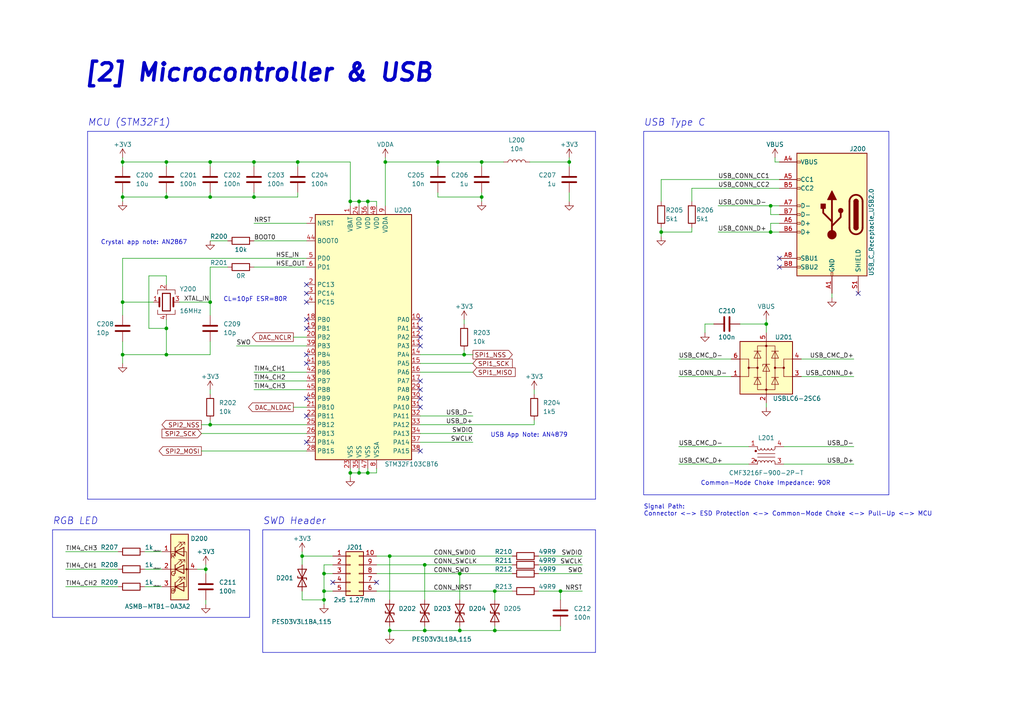
<source format=kicad_sch>
(kicad_sch (version 20230121) (generator eeschema)
  (paper "A4")
  (title_block (title "Mixed-Signal Demo PCB") (date "2021-12-24") (rev "0.1") (company "Phil's Lab"))
  (lib_symbols
    (symbol "Connector:USB_C_Receptacle_USB2.0" (pin_names (offset 1.016))
      (property "Reference" "J" (at -10.16 19.05 0))
      (property "Value" "USB_C_Receptacle_USB2.0" (at 19.05 19.05 0))
      (symbol "USB_C_Receptacle_USB2.0_1_1"
        (pin passive line (at 0 -22.86 90) (length 5.08) (name "GND") (number "A1"))
        (pin passive line (at 0 -22.86 90) (length 5.08) hide (name "GND") (number "A12"))
        (pin passive line (at 15.24 15.24 180) (length 5.08) (name "VBUS") (number "A4"))
        (pin bidirectional line (at 15.24 10.16 180) (length 5.08) (name "CC1") (number "A5"))
        (pin bidirectional line (at 15.24 -2.54 180) (length 5.08) (name "D+") (number "A6"))
        (pin bidirectional line (at 15.24 2.54 180) (length 5.08) (name "D-") (number "A7"))
        (pin bidirectional line (at 15.24 -12.7 180) (length 5.08) (name "SBU1") (number "A8"))
        (pin passive line (at 15.24 15.24 180) (length 5.08) hide (name "VBUS") (number "A9"))
        (pin passive line (at 0 -22.86 90) (length 5.08) hide (name "GND") (number "B1"))
        (pin passive line (at 0 -22.86 90) (length 5.08) hide (name "GND") (number "B12"))
        (pin passive line (at 15.24 15.24 180) (length 5.08) hide (name "VBUS") (number "B4"))
        (pin bidirectional line (at 15.24 7.62 180) (length 5.08) (name "CC2") (number "B5"))
        (pin bidirectional line (at 15.24 -5.08 180) (length 5.08) (name "D+") (number "B6"))
        (pin bidirectional line (at 15.24 0 180) (length 5.08) (name "D-") (number "B7"))
        (pin bidirectional line (at 15.24 -15.24 180) (length 5.08) (name "SBU2") (number "B8"))
        (pin passive line (at 15.24 15.24 180) (length 5.08) hide (name "VBUS") (number "B9"))
        (pin passive line (at -7.62 -22.86 90) (length 5.08) (name "SHIELD") (number "S1"))
      )
    )
    (symbol "Connector_Generic:Conn_02x05_Odd_Even" (pin_names (offset 1.016) hide)
      (property "Reference" "J201" (at 1.27 7.62 0))
      (property "Value" "2x5 1.27mm" (at 1.27 -7.62 0))
      (symbol "Conn_02x05_Odd_Even_1_1"
        (pin passive line (at -5.08 5.08 0) (length 3.81) (name "Pin_1") (number "1"))
        (pin passive line (at 7.62 5.08 180) (length 3.81) (name "Pin_10") (number "10"))
        (pin passive line (at -5.08 2.54 0) (length 3.81) (name "Pin_2") (number "2"))
        (pin passive line (at -5.08 0 0) (length 3.81) (name "Pin_3") (number "3"))
        (pin passive line (at -5.08 -2.54 0) (length 3.81) (name "Pin_4") (number "4"))
        (pin passive line (at -5.08 -5.08 0) (length 3.81) (name "Pin_5") (number "5"))
        (pin passive line (at 7.62 -5.08 180) (length 3.81) (name "Pin_6") (number "6"))
        (pin passive line (at 7.62 -2.54 180) (length 3.81) (name "Pin_7") (number "7"))
        (pin passive line (at 7.62 0 180) (length 3.81) (name "Pin_8") (number "8"))
        (pin passive line (at 7.62 2.54 180) (length 3.81) (name "Pin_9") (number "9"))
      )
    )
    (symbol "Device:C" (pin_numbers hide) (pin_names (offset 0.254))
      (property "Reference" "C" (at 0.635 2.54 0))
      (property "Value" "C" (at 0.635 -2.54 0))
      (symbol "C_1_1"
        (pin passive line (at 0 3.81 270) (length 2.794) (name "~") (number "1"))
        (pin passive line (at 0 -3.81 90) (length 2.794) (name "~") (number "2"))
      )
    )
    (symbol "Device:Crystal_GND24" (pin_names (offset 1.016) hide)
      (property "Reference" "Y" (at 3.175 5.08 0))
      (property "Value" "Crystal_GND24" (at 3.175 3.175 0))
      (symbol "Crystal_GND24_1_1"
        (pin passive line (at -3.81 0 0) (length 1.27) (name "1") (number "1"))
        (pin passive line (at 0 5.08 270) (length 1.27) (name "2") (number "2"))
        (pin passive line (at 3.81 0 180) (length 1.27) (name "3") (number "3"))
        (pin passive line (at 0 -5.08 90) (length 1.27) (name "4") (number "4"))
      )
    )
    (symbol "Device:D_TVS" (pin_numbers hide) (pin_names (offset 1.016) hide)
      (property "Reference" "D" (at 0 2.54 0))
      (property "Value" "D_TVS" (at 0 -2.54 0))
      (symbol "D_TVS_1_1"
        (pin passive line (at -3.81 0 0) (length 2.54) (name "A1") (number "1"))
        (pin passive line (at 3.81 0 180) (length 2.54) (name "A2") (number "2"))
      )
    )
    (symbol "Device:EMI_Filter_LL_1423" (pin_names hide)
      (property "Reference" "FL" (at 0 4.445 0))
      (property "Value" "Device_EMI_Filter_LL_1423" (at 0 -4.445 0))
      (symbol "EMI_Filter_LL_1423_1_1"
        (pin passive line (at -5.08 -2.54 0) (length 2.54) (name "1") (number "1"))
        (pin passive line (at -5.08 2.54 0) (length 2.54) (name "2") (number "2"))
        (pin passive line (at 5.08 2.54 180) (length 2.54) (name "3") (number "3"))
        (pin passive line (at 5.08 -2.54 180) (length 2.54) (name "4") (number "4"))
      )
    )
    (symbol "Device:L" (pin_numbers hide) (pin_names (offset 1.016) hide)
      (property "Reference" "L" (at -1.27 0 90))
      (property "Value" "L" (at 1.905 0 90))
      (symbol "L_1_1"
        (pin passive line (at 0 3.81 270) (length 1.27) (name "1") (number "1"))
        (pin passive line (at 0 -3.81 90) (length 1.27) (name "2") (number "2"))
      )
    )
    (symbol "Device:R" (pin_numbers hide) (pin_names (offset 0))
      (property "Reference" "R" (at 2.032 0 90))
      (property "Value" "R" (at 0 0 90))
      (symbol "R_1_1"
        (pin passive line (at 0 3.81 270) (length 1.27) (name "~") (number "1"))
        (pin passive line (at 0 -3.81 90) (length 1.27) (name "~") (number "2"))
      )
    )
    (symbol "LED:ASMB-MTB1-0A3A2" (pin_names (offset 0) hide)
      (property "Reference" "D" (at 0 12.7 0))
      (property "Value" "ASMB-MTB1-0A3A2" (at 1.27 -11.43 0))
      (symbol "ASMB-MTB1-0A3A2_0_0"
        (text "B" (at -1.905 -6.35 0) (effects (font (size 1.27 1.27))))
        (text "G" (at -1.905 -1.27 0) (effects (font (size 1.27 1.27))))
        (text "R" (at -1.905 3.81 0) (effects (font (size 1.27 1.27))))
      )
      (symbol "ASMB-MTB1-0A3A2_1_1"
        (pin passive line (at -5.08 5.08 0) (length 2.54) (name "RK") (number "1"))
        (pin passive line (at -5.08 0 0) (length 2.54) (name "GK") (number "2"))
        (pin passive line (at -5.08 -5.08 0) (length 2.54) (name "BK") (number "3"))
        (pin passive line (at 5.08 0 180) (length 2.54) (name "A") (number "4"))
      )
    )
    (symbol "MCU_ST_STM32F1:STM32F103CBTx"
      (property "Reference" "U" (at -15.24 36.83 0))
      (property "Value" "STM32F103CBTx" (at 7.62 36.83 0))
      (symbol "STM32F103CBTx_1_1"
        (pin power_in line (at -5.08 38.1 270) (length 2.54) (name "VBAT") (number "1"))
        (pin bidirectional line (at 15.24 5.08 180) (length 2.54) (name "PA0") (number "10"))
        (pin bidirectional line (at 15.24 2.54 180) (length 2.54) (name "PA1") (number "11"))
        (pin bidirectional line (at 15.24 0 180) (length 2.54) (name "PA2") (number "12"))
        (pin bidirectional line (at 15.24 -2.54 180) (length 2.54) (name "PA3") (number "13"))
        (pin bidirectional line (at 15.24 -5.08 180) (length 2.54) (name "PA4") (number "14"))
        (pin bidirectional line (at 15.24 -7.62 180) (length 2.54) (name "PA5") (number "15"))
        (pin bidirectional line (at 15.24 -10.16 180) (length 2.54) (name "PA6") (number "16"))
        (pin bidirectional line (at 15.24 -12.7 180) (length 2.54) (name "PA7") (number "17"))
        (pin bidirectional line (at -17.78 5.08 0) (length 2.54) (name "PB0") (number "18"))
        (pin bidirectional line (at -17.78 2.54 0) (length 2.54) (name "PB1") (number "19"))
        (pin bidirectional line (at -17.78 15.24 0) (length 2.54) (name "PC13") (number "2"))
        (pin bidirectional line (at -17.78 0 0) (length 2.54) (name "PB2") (number "20"))
        (pin bidirectional line (at -17.78 -20.32 0) (length 2.54) (name "PB10") (number "21"))
        (pin bidirectional line (at -17.78 -22.86 0) (length 2.54) (name "PB11") (number "22"))
        (pin power_in line (at -5.08 -38.1 90) (length 2.54) (name "VSS") (number "23"))
        (pin power_in line (at -2.54 38.1 270) (length 2.54) (name "VDD") (number "24"))
        (pin bidirectional line (at -17.78 -25.4 0) (length 2.54) (name "PB12") (number "25"))
        (pin bidirectional line (at -17.78 -27.94 0) (length 2.54) (name "PB13") (number "26"))
        (pin bidirectional line (at -17.78 -30.48 0) (length 2.54) (name "PB14") (number "27"))
        (pin bidirectional line (at -17.78 -33.02 0) (length 2.54) (name "PB15") (number "28"))
        (pin bidirectional line (at 15.24 -15.24 180) (length 2.54) (name "PA8") (number "29"))
        (pin bidirectional line (at -17.78 12.7 0) (length 2.54) (name "PC14") (number "3"))
        (pin bidirectional line (at 15.24 -17.78 180) (length 2.54) (name "PA9") (number "30"))
        (pin bidirectional line (at 15.24 -20.32 180) (length 2.54) (name "PA10") (number "31"))
        (pin bidirectional line (at 15.24 -22.86 180) (length 2.54) (name "PA11") (number "32"))
        (pin bidirectional line (at 15.24 -25.4 180) (length 2.54) (name "PA12") (number "33"))
        (pin bidirectional line (at 15.24 -27.94 180) (length 2.54) (name "PA13") (number "34"))
        (pin power_in line (at -2.54 -38.1 90) (length 2.54) (name "VSS") (number "35"))
        (pin power_in line (at 0 38.1 270) (length 2.54) (name "VDD") (number "36"))
        (pin bidirectional line (at 15.24 -30.48 180) (length 2.54) (name "PA14") (number "37"))
        (pin bidirectional line (at 15.24 -33.02 180) (length 2.54) (name "PA15") (number "38"))
        (pin bidirectional line (at -17.78 -2.54 0) (length 2.54) (name "PB3") (number "39"))
        (pin bidirectional line (at -17.78 10.16 0) (length 2.54) (name "PC15") (number "4"))
        (pin bidirectional line (at -17.78 -5.08 0) (length 2.54) (name "PB4") (number "40"))
        (pin bidirectional line (at -17.78 -7.62 0) (length 2.54) (name "PB5") (number "41"))
        (pin bidirectional line (at -17.78 -10.16 0) (length 2.54) (name "PB6") (number "42"))
        (pin bidirectional line (at -17.78 -12.7 0) (length 2.54) (name "PB7") (number "43"))
        (pin input line (at -17.78 27.94 0) (length 2.54) (name "BOOT0") (number "44"))
        (pin bidirectional line (at -17.78 -15.24 0) (length 2.54) (name "PB8") (number "45"))
        (pin bidirectional line (at -17.78 -17.78 0) (length 2.54) (name "PB9") (number "46"))
        (pin power_in line (at 0 -38.1 90) (length 2.54) (name "VSS") (number "47"))
        (pin power_in line (at 2.54 38.1 270) (length 2.54) (name "VDD") (number "48"))
        (pin input line (at -17.78 22.86 0) (length 2.54) (name "PD0") (number "5"))
        (pin input line (at -17.78 20.32 0) (length 2.54) (name "PD1") (number "6"))
        (pin input line (at -17.78 33.02 0) (length 2.54) (name "NRST") (number "7"))
        (pin power_in line (at 2.54 -38.1 90) (length 2.54) (name "VSSA") (number "8"))
        (pin power_in line (at 5.08 38.1 270) (length 2.54) (name "VDDA") (number "9"))
      )
    )
    (symbol "Power_Protection:USBLC6-2SC6" (pin_names hide)
      (property "Reference" "U" (at 2.54 8.89 0))
      (property "Value" "USBLC6-2SC6" (at 2.54 -8.89 0))
      (symbol "USBLC6-2SC6_1_1"
        (pin passive line (at -10.16 -2.54 0) (length 2.54) (name "I/O1") (number "1"))
        (pin passive line (at 0 -10.16 90) (length 2.54) (name "GND") (number "2"))
        (pin passive line (at 10.16 -2.54 180) (length 2.54) (name "I/O2") (number "3"))
        (pin passive line (at 10.16 2.54 180) (length 2.54) (name "I/O2") (number "4"))
        (pin passive line (at 0 10.16 270) (length 2.54) (name "VBUS") (number "5"))
        (pin passive line (at -10.16 2.54 0) (length 2.54) (name "I/O1") (number "6"))
      )
    )
    (symbol "power:+3V3" (power) (pin_names (offset 0))
      (property "Value" "+3V3" (at 0 3.556 0))
      (symbol "+3V3_1_1"
        (pin power_in line (at 0 0 90) (length 0) hide (name "+3V3") (number "1"))
      )
    )
    (symbol "power:GND" (power) (pin_names (offset 0))
      (property "Value" "GND" (at 0 -3.81 0))
      (symbol "GND_1_1"
        (pin power_in line (at 0 0 270) (length 0) hide (name "GND") (number "1"))
      )
    )
    (symbol "power:VBUS" (power) (pin_names (offset 0))
      (property "Value" "VBUS" (at 0 3.81 0))
      (symbol "VBUS_1_1"
        (pin power_in line (at 0 0 90) (length 0) hide (name "VBUS") (number "1"))
      )
    )
    (symbol "power:VDDA" (power) (pin_names (offset 0))
      (property "Value" "VDDA" (at 0 3.81 0))
      (symbol "VDDA_1_1"
        (pin power_in line (at 0 0 90) (length 0) hide (name "VDDA") (number "1"))
      )
    )
  )
  (junction (at 48.26 46.99))
  (junction (at 48.26 57.15))
  (junction (at 139.7 46.99))
  (junction (at 139.7 57.15))
  (junction (at 35.56 102.87))
  (junction (at 165.1 46.99))
  (junction (at 133.35 166.37))
  (junction (at 143.51 182.88))
  (junction (at 191.77 67.31))
  (junction (at 123.19 182.88))
  (junction (at 143.51 171.45))
  (junction (at 223.52 67.31))
  (junction (at 93.98 171.45))
  (junction (at 59.69 165.1))
  (junction (at 35.56 87.63))
  (junction (at 48.26 95.25))
  (junction (at 101.6 58.42))
  (junction (at 87.63 161.29))
  (junction (at 104.14 58.42))
  (junction (at 86.36 46.99))
  (junction (at 60.96 87.63))
  (junction (at 60.96 46.99))
  (junction (at 35.56 46.99))
  (junction (at 222.25 93.98))
  (junction (at 35.56 57.15))
  (junction (at 127 46.99))
  (junction (at 123.19 163.83))
  (junction (at 48.26 102.87))
  (junction (at 73.66 46.99))
  (junction (at 223.52 59.69))
  (junction (at 73.66 57.15))
  (junction (at 113.03 182.88))
  (junction (at 111.76 46.99))
  (junction (at 104.14 137.16))
  (junction (at 133.35 182.88))
  (junction (at 60.96 123.19))
  (junction (at 101.6 137.16))
  (junction (at 162.56 171.45))
  (junction (at 106.68 137.16))
  (junction (at 134.62 102.87))
  (junction (at 113.03 161.29))
  (junction (at 106.68 58.42))
  (junction (at 93.98 173.99))
  (junction (at 60.96 57.15))
  (junction (at 93.98 166.37))
  (no_connect (at 88.9 95.25))
  (no_connect (at 88.9 92.71))
  (no_connect (at 109.22 168.91))
  (no_connect (at 248.92 85.09))
  (no_connect (at 121.92 115.57))
  (no_connect (at 88.9 82.55))
  (no_connect (at 121.92 118.11))
  (no_connect (at 121.92 97.79))
  (no_connect (at 121.92 130.81))
  (no_connect (at 121.92 113.03))
  (no_connect (at 88.9 120.65))
  (no_connect (at 121.92 92.71))
  (no_connect (at 226.06 77.47))
  (no_connect (at 88.9 102.87))
  (no_connect (at 121.92 100.33))
  (no_connect (at 88.9 105.41))
  (no_connect (at 121.92 110.49))
  (no_connect (at 121.92 95.25))
  (no_connect (at 88.9 128.27))
  (no_connect (at 88.9 85.09))
  (no_connect (at 96.52 168.91))
  (no_connect (at 88.9 87.63))
  (no_connect (at 88.9 115.57))
  (no_connect (at 226.06 74.93))
  (wire (pts (xy 222.25 93.98) (xy 222.25 92.71)))
  (polyline (pts (xy 72.39 153.67) (xy 72.39 179.07)))
  (wire (pts (xy 86.36 57.15) (xy 86.36 55.88)))
  (wire (pts (xy 35.56 74.93) (xy 88.9 74.93)))
  (wire (pts (xy 93.98 173.99) (xy 87.63 173.99)))
  (wire (pts (xy 208.28 59.69) (xy 223.52 59.69)))
  (wire (pts (xy 222.25 118.11) (xy 222.25 116.84)))
  (wire (pts (xy 73.66 57.15) (xy 86.36 57.15)))
  (wire (pts (xy 162.56 181.61) (xy 162.56 182.88)))
  (wire (pts (xy 247.65 109.22) (xy 232.41 109.22)))
  (wire (pts (xy 59.69 165.1) (xy 59.69 166.37)))
  (wire (pts (xy 191.77 68.58) (xy 191.77 67.31)))
  (wire (pts (xy 127 46.99) (xy 111.76 46.99)))
  (wire (pts (xy 104.14 58.42) (xy 106.68 58.42)))
  (wire (pts (xy 204.47 93.98) (xy 207.01 93.98)))
  (wire (pts (xy 143.51 182.88) (xy 143.51 181.61)))
  (wire (pts (xy 59.69 175.26) (xy 59.69 173.99)))
  (wire (pts (xy 139.7 48.26) (xy 139.7 46.99)))
  (wire (pts (xy 48.26 46.99) (xy 35.56 46.99)))
  (wire (pts (xy 133.35 182.88) (xy 143.51 182.88)))
  (wire (pts (xy 224.79 45.72) (xy 224.79 46.99)))
  (wire (pts (xy 60.96 48.26) (xy 60.96 46.99)))
  (wire (pts (xy 48.26 95.25) (xy 48.26 102.87)))
  (wire (pts (xy 191.77 52.07) (xy 226.06 52.07)))
  (wire (pts (xy 73.66 55.88) (xy 73.66 57.15)))
  (wire (pts (xy 200.66 67.31) (xy 200.66 66.04)))
  (wire (pts (xy 162.56 171.45) (xy 168.91 171.45)))
  (wire (pts (xy 87.63 160.02) (xy 87.63 161.29)))
  (wire (pts (xy 43.18 80.01) (xy 43.18 95.25)))
  (wire (pts (xy 139.7 55.88) (xy 139.7 57.15)))
  (wire (pts (xy 191.77 67.31) (xy 191.77 66.04)))
  (polyline (pts (xy 186.69 38.1) (xy 186.69 143.51)))
  (wire (pts (xy 123.19 173.99) (xy 123.19 163.83)))
  (wire (pts (xy 196.85 109.22) (xy 212.09 109.22)))
  (wire (pts (xy 48.26 80.01) (xy 43.18 80.01)))
  (wire (pts (xy 96.52 171.45) (xy 93.98 171.45)))
  (polyline (pts (xy 172.72 153.67) (xy 76.2 153.67)))
  (wire (pts (xy 196.85 134.62) (xy 217.17 134.62)))
  (wire (pts (xy 156.21 163.83) (xy 168.91 163.83)))
  (wire (pts (xy 48.26 57.15) (xy 60.96 57.15)))
  (polyline (pts (xy 186.69 143.51) (xy 257.81 143.51)))
  (wire (pts (xy 34.29 170.18) (xy 19.05 170.18)))
  (wire (pts (xy 113.03 173.99) (xy 113.03 161.29)))
  (wire (pts (xy 223.52 67.31) (xy 208.28 67.31)))
  (wire (pts (xy 35.56 102.87) (xy 35.56 99.06)))
  (wire (pts (xy 60.96 121.92) (xy 60.96 123.19)))
  (wire (pts (xy 60.96 102.87) (xy 60.96 99.06)))
  (wire (pts (xy 165.1 45.72) (xy 165.1 46.99)))
  (wire (pts (xy 113.03 184.15) (xy 113.03 182.88)))
  (wire (pts (xy 137.16 125.73) (xy 121.92 125.73)))
  (polyline (pts (xy 172.72 189.23) (xy 172.72 153.67)))
  (wire (pts (xy 60.96 57.15) (xy 73.66 57.15)))
  (wire (pts (xy 121.92 107.95) (xy 137.16 107.95)))
  (wire (pts (xy 196.85 104.14) (xy 212.09 104.14)))
  (wire (pts (xy 162.56 173.99) (xy 162.56 171.45)))
  (polyline (pts (xy 76.2 153.67) (xy 76.2 189.23)))
  (wire (pts (xy 214.63 93.98) (xy 222.25 93.98)))
  (wire (pts (xy 35.56 46.99) (xy 35.56 48.26)))
  (wire (pts (xy 41.91 165.1) (xy 46.99 165.1)))
  (wire (pts (xy 154.94 123.19) (xy 154.94 121.92)))
  (wire (pts (xy 247.65 134.62) (xy 227.33 134.62)))
  (wire (pts (xy 34.29 160.02) (xy 19.05 160.02)))
  (wire (pts (xy 109.22 161.29) (xy 113.03 161.29)))
  (polyline (pts (xy 186.69 38.1) (xy 257.81 38.1)))
  (wire (pts (xy 247.65 104.14) (xy 232.41 104.14)))
  (wire (pts (xy 19.05 165.1) (xy 34.29 165.1)))
  (wire (pts (xy 121.92 120.65) (xy 137.16 120.65)))
  (wire (pts (xy 73.66 110.49) (xy 88.9 110.49)))
  (wire (pts (xy 58.42 130.81) (xy 88.9 130.81)))
  (wire (pts (xy 109.22 163.83) (xy 123.19 163.83)))
  (wire (pts (xy 223.52 59.69) (xy 226.06 59.69)))
  (wire (pts (xy 154.94 123.19) (xy 121.92 123.19)))
  (wire (pts (xy 48.26 92.71) (xy 48.26 95.25)))
  (wire (pts (xy 109.22 166.37) (xy 133.35 166.37)))
  (polyline (pts (xy 172.72 38.1) (xy 172.72 144.78)))
  (polyline (pts (xy 15.24 153.67) (xy 72.39 153.67)))
  (wire (pts (xy 247.65 129.54) (xy 227.33 129.54)))
  (wire (pts (xy 86.36 48.26) (xy 86.36 46.99)))
  (wire (pts (xy 113.03 161.29) (xy 148.59 161.29)))
  (wire (pts (xy 123.19 181.61) (xy 123.19 182.88)))
  (wire (pts (xy 165.1 55.88) (xy 165.1 58.42)))
  (wire (pts (xy 143.51 173.99) (xy 143.51 171.45)))
  (wire (pts (xy 43.18 95.25) (xy 48.26 95.25)))
  (wire (pts (xy 226.06 64.77) (xy 223.52 64.77)))
  (wire (pts (xy 133.35 181.61) (xy 133.35 182.88)))
  (wire (pts (xy 35.56 58.42) (xy 35.56 57.15)))
  (polyline (pts (xy 25.4 144.78) (xy 172.72 144.78)))
  (polyline (pts (xy 257.81 38.1) (xy 257.81 143.51)))
  (wire (pts (xy 168.91 161.29) (xy 156.21 161.29)))
  (wire (pts (xy 60.96 46.99) (xy 48.26 46.99)))
  (wire (pts (xy 60.96 123.19) (xy 88.9 123.19)))
  (wire (pts (xy 154.94 113.03) (xy 154.94 114.3)))
  (wire (pts (xy 35.56 102.87) (xy 48.26 102.87)))
  (wire (pts (xy 101.6 58.42) (xy 104.14 58.42)))
  (wire (pts (xy 123.19 182.88) (xy 133.35 182.88)))
  (wire (pts (xy 86.36 46.99) (xy 73.66 46.99)))
  (wire (pts (xy 224.79 46.99) (xy 226.06 46.99)))
  (wire (pts (xy 200.66 58.42) (xy 200.66 54.61)))
  (wire (pts (xy 58.42 123.19) (xy 60.96 123.19)))
  (wire (pts (xy 35.56 105.41) (xy 35.56 102.87)))
  (wire (pts (xy 127 48.26) (xy 127 46.99)))
  (wire (pts (xy 35.56 87.63) (xy 44.45 87.63)))
  (wire (pts (xy 41.91 170.18) (xy 46.99 170.18)))
  (wire (pts (xy 146.05 46.99) (xy 139.7 46.99)))
  (wire (pts (xy 127 46.99) (xy 139.7 46.99)))
  (wire (pts (xy 106.68 58.42) (xy 109.22 58.42)))
  (wire (pts (xy 204.47 96.52) (xy 204.47 93.98)))
  (wire (pts (xy 134.62 101.6) (xy 134.62 102.87)))
  (wire (pts (xy 104.14 59.69) (xy 104.14 58.42)))
  (wire (pts (xy 35.56 46.99) (xy 35.56 45.72)))
  (wire (pts (xy 153.67 46.99) (xy 165.1 46.99)))
  (wire (pts (xy 101.6 46.99) (xy 101.6 58.42)))
  (wire (pts (xy 241.3 86.36) (xy 241.3 85.09)))
  (wire (pts (xy 223.52 62.23) (xy 223.52 59.69)))
  (wire (pts (xy 133.35 166.37) (xy 148.59 166.37)))
  (wire (pts (xy 93.98 166.37) (xy 93.98 163.83)))
  (wire (pts (xy 123.19 163.83) (xy 148.59 163.83)))
  (wire (pts (xy 48.26 55.88) (xy 48.26 57.15)))
  (wire (pts (xy 60.96 91.44) (xy 60.96 87.63)))
  (wire (pts (xy 48.26 102.87) (xy 60.96 102.87)))
  (wire (pts (xy 104.14 137.16) (xy 106.68 137.16)))
  (wire (pts (xy 101.6 138.43) (xy 101.6 137.16)))
  (wire (pts (xy 88.9 113.03) (xy 73.66 113.03)))
  (polyline (pts (xy 15.24 179.07) (xy 15.24 153.67)))
  (wire (pts (xy 223.52 67.31) (xy 226.06 67.31)))
  (polyline (pts (xy 25.4 38.1) (xy 172.72 38.1)))
  (wire (pts (xy 127 57.15) (xy 127 55.88)))
  (wire (pts (xy 35.56 57.15) (xy 48.26 57.15)))
  (wire (pts (xy 101.6 137.16) (xy 101.6 135.89)))
  (wire (pts (xy 191.77 58.42) (xy 191.77 52.07)))
  (wire (pts (xy 85.09 97.79) (xy 88.9 97.79)))
  (wire (pts (xy 109.22 137.16) (xy 109.22 135.89)))
  (wire (pts (xy 85.09 118.11) (xy 88.9 118.11)))
  (wire (pts (xy 156.21 171.45) (xy 162.56 171.45)))
  (wire (pts (xy 109.22 171.45) (xy 143.51 171.45)))
  (wire (pts (xy 226.06 62.23) (xy 223.52 62.23)))
  (wire (pts (xy 41.91 160.02) (xy 46.99 160.02)))
  (wire (pts (xy 60.96 87.63) (xy 52.07 87.63)))
  (wire (pts (xy 106.68 137.16) (xy 109.22 137.16)))
  (wire (pts (xy 73.66 48.26) (xy 73.66 46.99)))
  (polyline (pts (xy 25.4 38.1) (xy 25.4 144.78)))
  (wire (pts (xy 57.15 165.1) (xy 59.69 165.1)))
  (wire (pts (xy 104.14 135.89) (xy 104.14 137.16)))
  (wire (pts (xy 73.66 64.77) (xy 88.9 64.77)))
  (wire (pts (xy 101.6 137.16) (xy 104.14 137.16)))
  (wire (pts (xy 106.68 59.69) (xy 106.68 58.42)))
  (polyline (pts (xy 15.24 179.07) (xy 72.39 179.07)))
  (wire (pts (xy 87.63 173.99) (xy 87.63 171.45)))
  (wire (pts (xy 121.92 102.87) (xy 134.62 102.87)))
  (wire (pts (xy 66.04 77.47) (xy 60.96 77.47)))
  (wire (pts (xy 48.26 82.55) (xy 48.26 80.01)))
  (wire (pts (xy 137.16 128.27) (xy 121.92 128.27)))
  (wire (pts (xy 133.35 173.99) (xy 133.35 166.37)))
  (wire (pts (xy 93.98 173.99) (xy 93.98 175.26)))
  (wire (pts (xy 113.03 182.88) (xy 123.19 182.88)))
  (wire (pts (xy 191.77 67.31) (xy 200.66 67.31)))
  (wire (pts (xy 35.56 74.93) (xy 35.56 87.63)))
  (wire (pts (xy 73.66 77.47) (xy 88.9 77.47)))
  (wire (pts (xy 165.1 46.99) (xy 165.1 48.26)))
  (wire (pts (xy 93.98 171.45) (xy 93.98 173.99)))
  (wire (pts (xy 143.51 182.88) (xy 162.56 182.88)))
  (wire (pts (xy 96.52 161.29) (xy 87.63 161.29)))
  (wire (pts (xy 60.96 113.03) (xy 60.96 114.3)))
  (wire (pts (xy 109.22 59.69) (xy 109.22 58.42)))
  (wire (pts (xy 113.03 182.88) (xy 113.03 181.61)))
  (wire (pts (xy 87.63 161.29) (xy 87.63 163.83)))
  (wire (pts (xy 222.25 93.98) (xy 222.25 96.52)))
  (wire (pts (xy 58.42 125.73) (xy 88.9 125.73)))
  (wire (pts (xy 59.69 165.1) (xy 59.69 163.83)))
  (wire (pts (xy 200.66 54.61) (xy 226.06 54.61)))
  (wire (pts (xy 121.92 105.41) (xy 137.16 105.41)))
  (wire (pts (xy 60.96 77.47) (xy 60.96 87.63)))
  (wire (pts (xy 68.58 100.33) (xy 88.9 100.33)))
  (wire (pts (xy 48.26 48.26) (xy 48.26 46.99)))
  (wire (pts (xy 101.6 58.42) (xy 101.6 59.69)))
  (wire (pts (xy 106.68 135.89) (xy 106.68 137.16)))
  (wire (pts (xy 60.96 69.85) (xy 66.04 69.85)))
  (wire (pts (xy 35.56 91.44) (xy 35.56 87.63)))
  (wire (pts (xy 96.52 166.37) (xy 93.98 166.37)))
  (wire (pts (xy 73.66 69.85) (xy 88.9 69.85)))
  (wire (pts (xy 60.96 55.88) (xy 60.96 57.15)))
  (wire (pts (xy 111.76 45.72) (xy 111.76 46.99)))
  (wire (pts (xy 86.36 46.99) (xy 101.6 46.99)))
  (wire (pts (xy 223.52 64.77) (xy 223.52 67.31)))
  (wire (pts (xy 111.76 46.99) (xy 111.76 59.69)))
  (wire (pts (xy 168.91 166.37) (xy 156.21 166.37)))
  (wire (pts (xy 88.9 107.95) (xy 73.66 107.95)))
  (wire (pts (xy 93.98 171.45) (xy 93.98 166.37)))
  (wire (pts (xy 143.51 171.45) (xy 148.59 171.45)))
  (wire (pts (xy 35.56 57.15) (xy 35.56 55.88)))
  (wire (pts (xy 139.7 58.42) (xy 139.7 57.15)))
  (wire (pts (xy 73.66 46.99) (xy 60.96 46.99)))
  (wire (pts (xy 196.85 129.54) (xy 217.17 129.54)))
  (wire (pts (xy 134.62 92.71) (xy 134.62 93.98)))
  (wire (pts (xy 134.62 102.87) (xy 137.16 102.87)))
  (polyline (pts (xy 76.2 189.23) (xy 172.72 189.23)))
  (wire (pts (xy 93.98 163.83) (xy 96.52 163.83)))
  (wire (pts (xy 139.7 57.15) (xy 127 57.15)))
  (text "Signal Path:\nConnector <-> ESD Protection <-> Common-Mode Choke <-> Pull-Up <-> MCU\n" (at 186.69 149.86 0) (effects (font (size 1.27 1.27)) (justify left bottom)))
  (text "RGB LED" (at 15.24 152.4 0) (effects (font (size 2.0066 2.0066) italic) (justify left bottom)))
  (text "Crystal app note: AN2867" (at 29.21 71.12 0) (effects (font (size 1.27 1.27)) (justify left bottom)))
  (text "SWD Header" (at 76.2 152.4 0) (effects (font (size 2.0066 2.0066) italic) (justify left bottom)))
  (text "USB App Note: AN4879" (at 142.24 127 0) (effects (font (size 1.27 1.27)) (justify left bottom)))
  (text "Common-Mode Choke Impedance: 90R" (at 203.2 140.97 0) (effects (font (size 1.27 1.27)) (justify left bottom)))
  (text "[2] Microcontroller & USB" (at 24.13 24.13 0) (effects (font (size 5.0038 5.0038) (thickness 1.0008) bold italic) (justify left bottom)))
  (text "CL=10pF ESR=80R" (at 64.77 87.63 0) (effects (font (size 1.27 1.27)) (justify left bottom)))
  (text "MCU (STM32F1)" (at 25.4 36.83 0) (effects (font (size 2.0066 2.0066) italic) (justify left bottom)))
  (text "USB Type C" (at 186.69 36.83 0) (effects (font (size 2.0066 2.0066) italic) (justify left bottom)))
  (label "USB_CONN_CC1" (at 208.28 52.07 0))
  (label "TIM4_CH2" (at 19.05 170.18 0))
  (label "HSE_IN" (at 80.01 74.93 0))
  (label "USB_D-" (at 247.65 129.54 180))
  (label "SWDIO" (at 137.16 125.73 180))
  (label "USB_CONN_D-" (at 196.85 109.22 0))
  (label "SWCLK" (at 137.16 128.27 180))
  (label "BOOT0" (at 73.66 69.85 0))
  (label "USB_D+" (at 137.16 123.19 180))
  (label "USB_CONN_CC2" (at 208.28 54.61 0))
  (label "USB_CMC_D-" (at 196.85 104.14 0))
  (label "SWCLK" (at 168.91 163.83 180))
  (label "TIM4_CH2" (at 73.66 110.49 0))
  (label "USB_D-" (at 137.16 120.65 180))
  (label "TIM4_CH1" (at 73.66 107.95 0))
  (label "USB_CONN_D+" (at 208.28 67.31 0))
  (label "TIM4_CH3" (at 19.05 160.02 0))
  (label "TIM4_CH1" (at 19.05 165.1 0))
  (label "CONN_NRST" (at 125.73 171.45 0))
  (label "XTAL_IN" (at 53.34 87.63 0))
  (label "USB_CMC_D-" (at 196.85 129.54 0))
  (label "USB_CONN_D-" (at 208.28 59.69 0))
  (label "HSE_OUT" (at 80.01 77.47 0))
  (label "SWDIO" (at 168.91 161.29 180))
  (label "USB_D+" (at 247.65 134.62 180))
  (label "SWO" (at 68.58 100.33 0))
  (label "CONN_SWCLK" (at 125.73 163.83 0))
  (label "NRST" (at 73.66 64.77 0))
  (label "USB_CMC_D+" (at 247.65 104.14 180))
  (label "LED_B_K" (at 44.45 170.18 0) (effects (font (size 0.3302 0.3302))))
  (label "USB_CONN_D+" (at 247.65 109.22 180))
  (label "TIM4_CH3" (at 73.66 113.03 0))
  (label "USB_CMC_D+" (at 196.85 134.62 0))
  (label "SWO" (at 168.91 166.37 180))
  (label "LED_R_K" (at 44.45 160.02 0) (effects (font (size 0.3302 0.3302))))
  (label "CONN_SWO" (at 125.73 166.37 0))
  (label "LED_G_K" (at 44.45 165.1 0) (effects (font (size 0.3302 0.3302))))
  (label "NRST" (at 168.91 171.45 180))
  (label "CONN_SWDIO" (at 125.73 161.29 0))
  (global_label "SPI1_NSS" (shape output) (at 137.16 102.87 0) (property "Intersheetrefs" "${INTERSHEET_REFS}" (effects hide)))
  (global_label "SPI2_NSS" (shape output) (at 58.42 123.19 180) (property "Intersheetrefs" "${INTERSHEET_REFS}" (effects hide)))
  (global_label "SPI1_MISO" (shape input) (at 137.16 107.95 0) (property "Intersheetrefs" "${INTERSHEET_REFS}" (effects hide)))
  (global_label "DAC_NCLR" (shape output) (at 85.09 97.79 180) (property "Intersheetrefs" "${INTERSHEET_REFS}" (effects hide)))
  (global_label "SPI1_SCK" (shape input) (at 137.16 105.41 0) (property "Intersheetrefs" "${INTERSHEET_REFS}" (effects hide)))
  (global_label "SPI2_MOSI" (shape output) (at 58.42 130.81 180) (property "Intersheetrefs" "${INTERSHEET_REFS}" (effects hide)))
  (global_label "DAC_NLDAC" (shape output) (at 85.09 118.11 180) (property "Intersheetrefs" "${INTERSHEET_REFS}" (effects hide)))
  (global_label "SPI2_SCK" (shape input) (at 58.42 125.73 180) (property "Intersheetrefs" "${INTERSHEET_REFS}" (effects hide)))
  (symbol (lib_id "power:+3V3") (at 35.56 45.72 0) (unit 1)
    (property "Reference" "#PWR017" (effects hide))
    (property "Value" "+3V3" (at 35.56 41.91 0))
  )
  (symbol (lib_id "Device:Crystal_GND24") (at 48.26 87.63 0) (unit 1)
    (property "Reference" "Y200" (at 52.07 83.82 0) (effects (justify left)))
    (property "Value" "16MHz" (at 52.07 90.17 0) (effects (justify left)))
    (property "Footprint" "Crystal:Crystal_SMD_3225-4Pin_3.2x2.5mm" (effects hide))
    (property "Mouser Link" "https://www.mouser.com/ProductDetail/Epson-Timing/TSX-3225-16.0000MF18X-AC0?qs=wwacUt%252BV97taurHtFwy/EA%3D%3D" (effects hide))
  )
  (symbol (lib_id "Device:R") (at 69.85 77.47 270) (unit 1)
    (property "Reference" "R201" (at 63.5 76.2 90))
    (property "Value" "0R" (at 69.85 80.01 90))
    (property "Footprint" "Resistor_SMD:R_0402_1005Metric" (effects hide))
  )
  (symbol (lib_id "Device:C") (at 60.96 95.25 0) (unit 1)
    (property "Reference" "C209" (at 64.77 93.98 0) (effects (justify left)))
    (property "Value" "10p" (at 64.77 96.52 0) (effects (justify left)))
    (property "Footprint" "Capacitor_SMD:C_0402_1005Metric" (effects hide))
    (property "Mouser Link" "https://www.mouser.com/ProductDetail/Murata-Electronics/GCM1555C1H100GA16J?qs=QzBtWTOodeVc5Q4cT72oIQ%3D%3D" (effects hide))
  )
  (symbol (lib_id "Device:C") (at 35.56 95.25 0) (unit 1)
    (property "Reference" "C208" (at 27.94 93.98 0) (effects (justify left)))
    (property "Value" "10p" (at 27.94 96.52 0) (effects (justify left)))
    (property "Footprint" "Capacitor_SMD:C_0402_1005Metric" (effects hide))
    (property "Mouser Link" "https://www.mouser.com/ProductDetail/Murata-Electronics/GCM1555C1H100GA16J?qs=QzBtWTOodeVc5Q4cT72oIQ%3D%3D" (effects hide))
  )
  (symbol (lib_id "power:GND") (at 35.56 105.41 0) (unit 1)
    (property "Reference" "#PWR030" (effects hide))
    (property "Value" "GND" (effects hide))
  )
  (symbol (lib_id "Device:C") (at 86.36 52.07 0) (unit 1)
    (property "Reference" "C204" (at 90.17 50.8 0) (effects (justify left)))
    (property "Value" "100n" (at 90.17 53.34 0) (effects (justify left)))
    (property "Footprint" "Capacitor_SMD:C_0402_1005Metric" (effects hide))
    (property "Mouser Link" "https://www.mouser.com/ProductDetail/KYOCERA-AVX/KGM05AR71C104KH?qs=Jm2GQyTW/bg6PdrSyYEEtA%3D%3D" (effects hide))
  )
  (symbol (lib_id "power:GND") (at 35.56 58.42 0) (unit 1)
    (property "Reference" "#PWR021" (effects hide))
    (property "Value" "GND" (effects hide))
  )
  (symbol (lib_id "MCU_ST_STM32F1:STM32F103CBTx") (at 106.68 97.79 0) (unit 1)
    (property "Reference" "U200" (at 116.84 60.96 0))
    (property "Value" "STM32F103CBT6" (at 119.38 134.62 0))
    (property "Footprint" "Package_QFP:LQFP-48_7x7mm_P0.5mm" (effects hide))
    (property "Datasheet" "http://www.st.com/st-web-ui/static/active/en/resource/technical/document/datasheet/CD00161566.pdf" (effects hide))
    (property "Manufacturer" "STMicroelectronics" (effects hide))
    (property "Manufacturer Part Number" "https://www.mouser.com/ProductDetail/STMicroelectronics/STM32F103CBT6?qs=WxFF5lh7QM3goh6GV5Ogig%3D%3D" (effects hide))
    (property "Mouser Link" "https://www.mouser.com/ProductDetail/STMicroelectronics/STM32F103CBT6?qs=WxFF5lh7QM3goh6GV5Ogig%3D%3D" (effects hide))
  )
  (symbol (lib_id "Device:C") (at 73.66 52.07 0) (unit 1)
    (property "Reference" "C203" (at 77.47 50.8 0) (effects (justify left)))
    (property "Value" "100n" (at 77.47 53.34 0) (effects (justify left)))
    (property "Footprint" "Capacitor_SMD:C_0402_1005Metric" (effects hide))
  )
  (symbol (lib_id "Device:C") (at 60.96 52.07 0) (unit 1)
    (property "Reference" "C202" (at 64.77 50.8 0) (effects (justify left)))
    (property "Value" "100n" (at 64.77 53.34 0) (effects (justify left)))
    (property "Footprint" "Capacitor_SMD:C_0402_1005Metric" (effects hide))
    (property "Mouser Link" "https://www.mouser.com/ProductDetail/KYOCERA-AVX/KGM05AR71C104KH?qs=Jm2GQyTW/bg6PdrSyYEEtA%3D%3D" (effects hide))
  )
  (symbol (lib_id "Device:C") (at 48.26 52.07 0) (unit 1)
    (property "Reference" "C201" (at 52.07 50.8 0) (effects (justify left)))
    (property "Value" "100n" (at 52.07 53.34 0) (effects (justify left)))
    (property "Footprint" "Capacitor_SMD:C_0402_1005Metric" (effects hide))
    (property "Mouser Link" "https://www.mouser.com/ProductDetail/KYOCERA-AVX/KGM05AR71C104KH?qs=Jm2GQyTW/bg6PdrSyYEEtA%3D%3D" (effects hide))
  )
  (symbol (lib_id "Device:C") (at 35.56 52.07 0) (unit 1)
    (property "Reference" "C200" (at 39.37 50.8 0) (effects (justify left)))
    (property "Value" "10u" (at 39.37 53.34 0) (effects (justify left)))
    (property "Footprint" "Capacitor_SMD:C_0603_1608Metric" (effects hide))
    (property "Mouser Link" "https://www.mouser.com/ProductDetail/Murata-Electronics/GRM155R60J106ME05D?qs=sGAEpiMZZMsh%252B1woXyUXj1odAWdFQpiLm9i/yC0D32E%3D" (effects hide))
  )
  (symbol (lib_id "power:GND") (at 101.6 138.43 0) (unit 1)
    (property "Reference" "#PWR034" (effects hide))
    (property "Value" "GND" (effects hide))
  )
  (symbol (lib_id "Device:R") (at 134.62 97.79 0) (unit 1)
    (property "Reference" "R203" (at 137.16 96.52 0) (effects (justify left)))
    (property "Value" "10k" (at 137.16 99.06 0) (effects (justify left)))
    (property "Footprint" "Resistor_SMD:R_0402_1005Metric" (effects hide))
    (property "Mouser Link" "https://www.mouser.com/ProductDetail/YAGEO/AC0402FR-0710KL?qs=yhV1fb9g/KYkR5U3B7upEQ%3D%3D" (effects hide))
  )
  (symbol (lib_id "power:+3V3") (at 134.62 92.71 0) (unit 1)
    (property "Reference" "#PWR027" (effects hide))
    (property "Value" "+3V3" (at 134.62 88.9 0))
  )
  (symbol (lib_id "Device:R") (at 60.96 118.11 0) (unit 1)
    (property "Reference" "R202" (at 63.5 116.84 0) (effects (justify left)))
    (property "Value" "10k" (at 63.5 119.38 0) (effects (justify left)))
    (property "Footprint" "Resistor_SMD:R_0402_1005Metric" (effects hide))
    (property "Mouser Link" "https://www.mouser.com/ProductDetail/YAGEO/AC0402FR-0710KL?qs=yhV1fb9g/KYkR5U3B7upEQ%3D%3D" (effects hide))
  )
  (symbol (lib_id "power:+3V3") (at 60.96 113.03 0) (unit 1)
    (property "Reference" "#PWR031" (effects hide))
    (property "Value" "+3V3" (at 60.96 109.22 0))
  )
  (symbol (lib_id "power:+3V3") (at 165.1 45.72 0) (mirror y) (unit 1)
    (property "Reference" "#PWR019" (effects hide))
    (property "Value" "+3V3" (at 165.1 41.91 0))
  )
  (symbol (lib_id "power:GND") (at 165.1 58.42 0) (mirror y) (unit 1)
    (property "Reference" "#PWR023" (effects hide))
    (property "Value" "GND" (effects hide))
  )
  (symbol (lib_id "Device:C") (at 127 52.07 0) (mirror y) (unit 1)
    (property "Reference" "C205" (at 123.19 50.8 0) (effects (justify left)))
    (property "Value" "10n" (at 123.19 53.34 0) (effects (justify left)))
    (property "Footprint" "Capacitor_SMD:C_0402_1005Metric" (effects hide))
    (property "Mouser Link" "https://www.mouser.com/ProductDetail/KYOCERA-AVX/KGM05AR71C103KH?qs=sGAEpiMZZMsh%252B1woXyUXj17cMikWvs6/5hVA0Nn2IGc%3D" (effects hide))
  )
  (symbol (lib_id "Device:C") (at 139.7 52.07 0) (mirror y) (unit 1)
    (property "Reference" "C206" (at 135.89 50.8 0) (effects (justify left)))
    (property "Value" "1u" (at 135.89 53.34 0) (effects (justify left)))
    (property "Footprint" "Capacitor_SMD:C_0603_1608Metric" (effects hide))
    (property "Mouser Link" "https://www.mouser.com/ProductDetail/KEMET/C0603C105K4PAC?qs=sykUljcfnH10fXvIRtzF4w%3D%3D" (effects hide))
  )
  (symbol (lib_id "Device:C") (at 165.1 52.07 0) (mirror y) (unit 1)
    (property "Reference" "C207" (at 161.29 50.8 0) (effects (justify left)))
    (property "Value" "1u" (at 161.29 53.34 0) (effects (justify left)))
    (property "Footprint" "Capacitor_SMD:C_0603_1608Metric" (effects hide))
    (property "Mouser Link" "https://www.mouser.com/ProductDetail/KEMET/C0603C105K4PAC?qs=sykUljcfnH10fXvIRtzF4w%3D%3D" (effects hide))
  )
  (symbol (lib_id "power:GND") (at 139.7 58.42 0) (mirror y) (unit 1)
    (property "Reference" "#PWR022" (effects hide))
    (property "Value" "GND" (effects hide))
  )
  (symbol (lib_id "power:VDDA") (at 111.76 45.72 0) (unit 1)
    (property "Reference" "#PWR018" (effects hide))
    (property "Value" "VDDA" (at 111.76 41.91 0))
  )
  (symbol (lib_id "Device:R") (at 154.94 118.11 0) (unit 1)
    (property "Reference" "R204" (at 157.48 116.84 0) (effects (justify left)))
    (property "Value" "1k5" (at 157.48 119.38 0) (effects (justify left)))
    (property "Footprint" "Resistor_SMD:R_0402_1005Metric" (effects hide))
    (property "Mouser Link" "https://www.mouser.com/ProductDetail/YAGEO/RT0402FRE131K5L?qs=vNE6eJiJczy8a3IkfFHd/w%3D%3D" (effects hide))
  )
  (symbol (lib_id "power:+3V3") (at 154.94 113.03 0) (unit 1)
    (property "Reference" "#PWR032" (effects hide))
    (property "Value" "+3V3" (at 154.94 109.22 0))
  )
  (symbol (lib_id "Connector:USB_C_Receptacle_USB2.0") (at 241.3 62.23 0) (mirror y) (unit 1)
    (property "Reference" "J200" (at 246.38 43.18 0) (effects (justify right)))
    (property "Value" "USB_C_Receptacle_USB2.0" (at 252.73 54.61 90) (effects (justify right)))
    (property "Footprint" "Connector_USB:USB_C_Receptacle_HRO_TYPE-C-31-M-12" (effects hide))
    (property "Datasheet" "https://www.usb.org/sites/default/files/documents/usb_type-c.zip" (effects hide))
    (property "Mouser Link" "https://www.mouser.com/ProductDetail/GCT/USB4105-GF-A?qs=KUoIvG/9IlY/MLlBMpStpA%3D%3D" (effects hide))
  )
  (symbol (lib_id "power:GND") (at 241.3 86.36 0) (mirror y) (unit 1)
    (property "Reference" "#PWR026" (effects hide))
    (property "Value" "GND" (effects hide))
  )
  (symbol (lib_id "power:VBUS") (at 224.79 45.72 0) (unit 1)
    (property "Reference" "#PWR020" (effects hide))
    (property "Value" "VBUS" (at 224.79 41.91 0))
  )
  (symbol (lib_id "Power_Protection:USBLC6-2SC6") (at 222.25 106.68 0) (unit 1)
    (property "Reference" "U201" (at 227.33 97.79 0))
    (property "Value" "USBLC6-2SC6" (at 231.14 115.57 0))
    (property "Footprint" "Package_TO_SOT_SMD:SOT-23-6" (effects hide))
    (property "Datasheet" "https://www.st.com/resource/en/datasheet/usblc6-2.pdf" (effects hide))
    (property "Mouser Link" "https://www.mouser.com/ProductDetail/STMicroelectronics/USBLC6-2SC6?qs=po45yt2pPpu/hNIlwQdTlg%3D%3D" (effects hide))
  )
  (symbol (lib_id "power:GND") (at 222.25 118.11 0) (mirror y) (unit 1)
    (property "Reference" "#PWR033" (effects hide))
    (property "Value" "GND" (effects hide))
  )
  (symbol (lib_id "power:VBUS") (at 222.25 92.71 0) (mirror y) (unit 1)
    (property "Reference" "#PWR028" (effects hide))
    (property "Value" "VBUS" (at 222.25 88.9 0))
  )
  (symbol (lib_id "Device:R") (at 200.66 62.23 0) (unit 1)
    (property "Reference" "R206" (at 201.93 60.96 0) (effects (justify left)))
    (property "Value" "5k1" (at 201.93 63.5 0) (effects (justify left)))
    (property "Footprint" "Resistor_SMD:R_0402_1005Metric" (effects hide))
    (property "Mouser Link" "https://www.mouser.com/ProductDetail/Panasonic/ERJ-2RKF5101X?qs=sGAEpiMZZMtlubZbdhIBIH/X/XYrlp18C4djmbMdMEU%3D" (effects hide))
  )
  (symbol (lib_id "Device:R") (at 191.77 62.23 0) (unit 1)
    (property "Reference" "R205" (at 193.04 60.96 0) (effects (justify left)))
    (property "Value" "5k1" (at 193.04 63.5 0) (effects (justify left)))
    (property "Footprint" "Resistor_SMD:R_0402_1005Metric" (effects hide))
    (property "Mouser Link" "https://www.mouser.com/ProductDetail/Panasonic/ERJ-2RKF5101X?qs=sGAEpiMZZMtlubZbdhIBIH/X/XYrlp18C4djmbMdMEU%3D" (effects hide))
  )
  (symbol (lib_id "power:GND") (at 191.77 68.58 0) (mirror y) (unit 1)
    (property "Reference" "#PWR024" (effects hide))
    (property "Value" "GND" (effects hide))
  )
  (symbol (lib_id "Device:C") (at 210.82 93.98 270) (unit 1)
    (property "Reference" "C210" (at 208.28 90.17 90) (effects (justify left)))
    (property "Value" "100n" (at 208.28 97.79 90) (effects (justify left)))
    (property "Footprint" "Capacitor_SMD:C_0402_1005Metric" (effects hide))
    (property "Mouser Link" "https://www.mouser.com/ProductDetail/KYOCERA-AVX/KGM05AR71C104KH?qs=Jm2GQyTW/bg6PdrSyYEEtA%3D%3D" (effects hide))
  )
  (symbol (lib_id "power:GND") (at 204.47 96.52 0) (mirror y) (unit 1)
    (property "Reference" "#PWR029" (effects hide))
    (property "Value" "GND" (effects hide))
  )
  (symbol (lib_id "Device:EMI_Filter_LL_1423") (at 222.25 132.08 0) (mirror x) (unit 1)
    (property "Reference" "L201" (at 222.25 127 0))
    (property "Value" "CMF3216F-900-2P-T" (at 222.25 137.16 0))
    (property "Footprint" "Inductor_SMD:L_CommonMode_Wurth_WE-CNSW-1206" (effects hide))
    (property "Mouser Link" "https://www.mouser.com/ProductDetail/Wurth-Elektronik/744232090?qs=PGXP4M47uW6L5fAiLO6yTw%3D%3D" (effects hide))
  )
  (symbol (lib_id "power:+3V3") (at 59.69 163.83 0) (mirror y) (unit 1)
    (property "Reference" "#PWR036" (effects hide))
    (property "Value" "+3V3" (at 59.69 160.02 0))
  )
  (symbol (lib_id "Device:C") (at 59.69 170.18 0) (unit 1)
    (property "Reference" "C211" (at 63.5 168.91 0) (effects (justify left)))
    (property "Value" "100n" (at 63.5 171.45 0) (effects (justify left)))
    (property "Footprint" "Capacitor_SMD:C_0402_1005Metric" (effects hide))
    (property "Mouser Link" "https://www.mouser.com/ProductDetail/KYOCERA-AVX/KGM05AR71C104KH?qs=Jm2GQyTW/bg6PdrSyYEEtA%3D%3D" (effects hide))
  )
  (symbol (lib_id "power:GND") (at 59.69 175.26 0) (unit 1)
    (property "Reference" "#PWR037" (effects hide))
    (property "Value" "GND" (effects hide))
  )
  (symbol (lib_id "power:+3V3") (at 87.63 160.02 0) (unit 1)
    (property "Reference" "#PWR035" (effects hide))
    (property "Value" "+3V3" (at 87.63 156.21 0))
  )
  (symbol (lib_id "Device:R") (at 69.85 69.85 270) (unit 1)
    (property "Reference" "R200" (at 63.5 68.58 90))
    (property "Value" "10k" (at 69.85 72.39 90))
    (property "Footprint" "Resistor_SMD:R_0402_1005Metric" (effects hide))
    (property "Mouser Link" "https://www.mouser.com/ProductDetail/YAGEO/AC0402FR-0710KL?qs=yhV1fb9g/KYkR5U3B7upEQ%3D%3D" (effects hide))
  )
  (symbol (lib_id "power:GND") (at 60.96 69.85 0) (unit 1)
    (property "Reference" "#PWR025" (effects hide))
    (property "Value" "GND" (effects hide))
  )
  (symbol (lib_id "power:GND") (at 93.98 175.26 0) (unit 1)
    (property "Reference" "#PWR038" (effects hide))
    (property "Value" "GND" (effects hide))
  )
  (symbol (lib_id "Device:C") (at 162.56 177.8 0) (unit 1)
    (property "Reference" "C212" (at 166.37 176.53 0) (effects (justify left)))
    (property "Value" "100n" (at 166.37 179.07 0) (effects (justify left)))
    (property "Footprint" "Capacitor_SMD:C_0402_1005Metric" (effects hide))
    (property "Mouser Link" "https://www.mouser.com/ProductDetail/KYOCERA-AVX/KGM05AR71C104KH?qs=Jm2GQyTW/bg6PdrSyYEEtA%3D%3D" (effects hide))
  )
  (symbol (lib_id "Device:R") (at 152.4 161.29 270) (unit 1)
    (property "Reference" "R210" (at 146.05 160.02 90))
    (property "Value" "49R9" (at 158.75 160.02 90))
    (property "Footprint" "Resistor_SMD:R_0402_1005Metric" (effects hide))
    (property "Mouser Link" "https://www.mouser.com/ProductDetail/Vishay-Dale/RCS040249R9FKED?qs=sGAEpiMZZMtlubZbdhIBIOTSrQvmFtiZ%252BKz8Hmd9tL0%3D" (effects hide))
  )
  (symbol (lib_id "Device:R") (at 152.4 163.83 270) (unit 1)
    (property "Reference" "R211" (at 146.05 162.56 90))
    (property "Value" "49R9" (at 158.75 162.56 90))
    (property "Footprint" "Resistor_SMD:R_0402_1005Metric" (effects hide))
    (property "Mouser Link" "https://www.mouser.com/ProductDetail/Vishay-Dale/RCS040249R9FKED?qs=sGAEpiMZZMtlubZbdhIBIOTSrQvmFtiZ%252BKz8Hmd9tL0%3D" (effects hide))
  )
  (symbol (lib_id "Device:R") (at 152.4 166.37 270) (unit 1)
    (property "Reference" "R212" (at 146.05 165.1 90))
    (property "Value" "49R9" (at 158.75 165.1 90))
    (property "Footprint" "Resistor_SMD:R_0402_1005Metric" (effects hide))
    (property "Mouser Link" "https://www.mouser.com/ProductDetail/Vishay-Dale/RCS040249R9FKED?qs=sGAEpiMZZMtlubZbdhIBIOTSrQvmFtiZ%252BKz8Hmd9tL0%3D" (effects hide))
  )
  (symbol (lib_id "Device:R") (at 152.4 171.45 270) (unit 1)
    (property "Reference" "R213" (at 146.05 170.18 90))
    (property "Value" "49R9" (at 158.75 170.18 90))
    (property "Footprint" "Resistor_SMD:R_0402_1005Metric" (effects hide))
    (property "Mouser Link" "https://www.mouser.com/ProductDetail/Vishay-Dale/RCS040249R9FKED?qs=sGAEpiMZZMtlubZbdhIBIOTSrQvmFtiZ%252BKz8Hmd9tL0%3D" (effects hide))
  )
  (symbol (lib_id "power:GND") (at 113.03 184.15 0) (unit 1)
    (property "Reference" "#PWR039" (effects hide))
    (property "Value" "GND" (effects hide))
  )
  (symbol (lib_id "Device:D_TVS") (at 87.63 167.64 270) (unit 1)
    (property "Reference" "D201" (at 80.01 167.64 90) (effects (justify left)))
    (property "Value" "PESD3V3L1BA,115" (at 78.74 180.34 90) (effects (justify left)))
    (property "Footprint" "Diode_SMD:D_SOD-323" (effects hide))
    (property "Mouser Link" "https://www.mouser.com/ProductDetail/KYOCERA-AVX/KGM05AR71C104KH?qs=Jm2GQyTW/bg6PdrSyYEEtA%3D%3D" (effects hide))
  )
  (symbol (lib_id "Device:D_TVS") (at 113.03 177.8 270) (unit 1)
    (property "Reference" "D202" (at 115.57 176.53 90) (effects (justify left)))
    (property "Value" "PESD3V3L1BA,115" (at 119.38 185.42 90) (effects (justify left)))
    (property "Footprint" "Diode_SMD:D_SOD-323" (effects hide))
    (property "Mouser Link" "https://www.mouser.com/ProductDetail/Nexperia/PESD3V3L1BA115?qs=LOCUfHb8d9tfcQwAsqvzKg%3D%3D" (effects hide))
  )
  (symbol (lib_id "Device:D_TVS") (at 123.19 177.8 270) (unit 1)
    (property "Reference" "D203" (at 125.73 176.53 90) (effects (justify left)))
    (property "Value" "PESD3V3L1BA,115" (effects hide))
    (property "Footprint" "Diode_SMD:D_SOD-323" (effects hide))
    (property "Mouser Link" "https://www.mouser.com/ProductDetail/Nexperia/PESD3V3L1BA115?qs=LOCUfHb8d9tfcQwAsqvzKg%3D%3D" (effects hide))
  )
  (symbol (lib_id "Device:D_TVS") (at 133.35 177.8 270) (unit 1)
    (property "Reference" "D204" (at 135.89 176.53 90) (effects (justify left)))
    (property "Value" "PESD3V3L1BA,115" (effects hide))
    (property "Footprint" "Diode_SMD:D_SOD-323" (effects hide))
    (property "Mouser Link" "https://www.mouser.com/ProductDetail/Nexperia/PESD3V3L1BA115?qs=LOCUfHb8d9tfcQwAsqvzKg%3D%3D" (effects hide))
  )
  (symbol (lib_id "Device:D_TVS") (at 143.51 177.8 270) (unit 1)
    (property "Reference" "D205" (at 146.05 176.53 90) (effects (justify left)))
    (property "Value" "PESD3V3L1BA,115" (effects hide))
    (property "Footprint" "Diode_SMD:D_SOD-323" (effects hide))
    (property "Mouser Link" "https://www.mouser.com/ProductDetail/Nexperia/PESD3V3L1BA115?qs=LOCUfHb8d9tfcQwAsqvzKg%3D%3D" (effects hide))
  )
  (symbol (lib_id "Device:R") (at 38.1 160.02 90) (unit 1)
    (property "Reference" "R207" (at 34.29 158.75 90) (effects (justify left)))
    (property "Value" "1k" (at 44.45 158.75 90) (effects (justify left)))
    (property "Footprint" "Resistor_SMD:R_0402_1005Metric" (effects hide))
    (property "Mouser Link" "https://www.mouser.com/ProductDetail/Vishay-Dale/CRCW04021K00FKEDC?qs=E3Y5ESvWgWMj5mY%252BhDIyqg%3D%3D" (effects hide))
  )
  (symbol (lib_id "Device:R") (at 38.1 165.1 90) (unit 1)
    (property "Reference" "R208" (at 34.29 163.83 90) (effects (justify left)))
    (property "Value" "1k" (at 44.45 163.83 90) (effects (justify left)))
    (property "Footprint" "Resistor_SMD:R_0402_1005Metric" (effects hide))
    (property "Mouser Link" "https://www.mouser.com/ProductDetail/Vishay-Dale/CRCW04021K00FKEDC?qs=E3Y5ESvWgWMj5mY%252BhDIyqg%3D%3D" (effects hide))
  )
  (symbol (lib_id "Device:R") (at 38.1 170.18 90) (unit 1)
    (property "Reference" "R209" (at 34.29 168.91 90) (effects (justify left)))
    (property "Value" "1k" (at 44.45 168.91 90) (effects (justify left)))
    (property "Footprint" "Resistor_SMD:R_0402_1005Metric" (effects hide))
    (property "Mouser Link" "https://www.mouser.com/ProductDetail/Vishay-Dale/CRCW04021K00FKEDC?qs=E3Y5ESvWgWMj5mY%252BhDIyqg%3D%3D" (effects hide))
  )
  (symbol (lib_id "Connector_Generic:Conn_02x05_Odd_Even") (at 101.6 166.37 0) (unit 1)
    (property "Reference" "J201" (at 102.87 158.75 0))
    (property "Value" "2x5 1.27mm" (at 102.87 173.99 0))
    (property "Footprint" "Connector_PinHeader_1.27mm:PinHeader_2x05_P1.27mm_Vertical_SMD" (effects hide))
    (property "Mouser Link" "https://www.mouser.com/ProductDetail/855-M50-3610542" (effects hide))
  )
  (symbol (lib_id "Device:L") (at 149.86 46.99 90) (unit 1)
    (property "Reference" "L200" (at 149.86 40.64 90))
    (property "Value" "10n" (at 149.86 43.18 90))
    (property "Footprint" "Inductor_SMD:L_0402_1005Metric" (effects hide))
  )
  (symbol (lib_id "LED:ASMB-MTB1-0A3A2") (at 52.07 165.1 0) (unit 1)
    (property "Reference" "D200" (at 57.785 156.21 0))
    (property "Value" "ASMB-MTB1-0A3A2" (at 45.72 175.895 0))
    (property "Footprint" "LED_SMD:LED_Avago_PLCC4_3.2x2.8mm_CW" (effects hide))
    (property "Datasheet" "https://docs.broadcom.com/docs/AV02-4194EN" (effects hide))
    (property "Mouser Link" "https://www.mouser.com/ProductDetail/Broadcom-Avago/ASMB-MTB1-0B3A2?qs=pUKx8fyJudDzsc2Rt/v8dg%3D%3D" (effects hide))
  )
)
</source>
